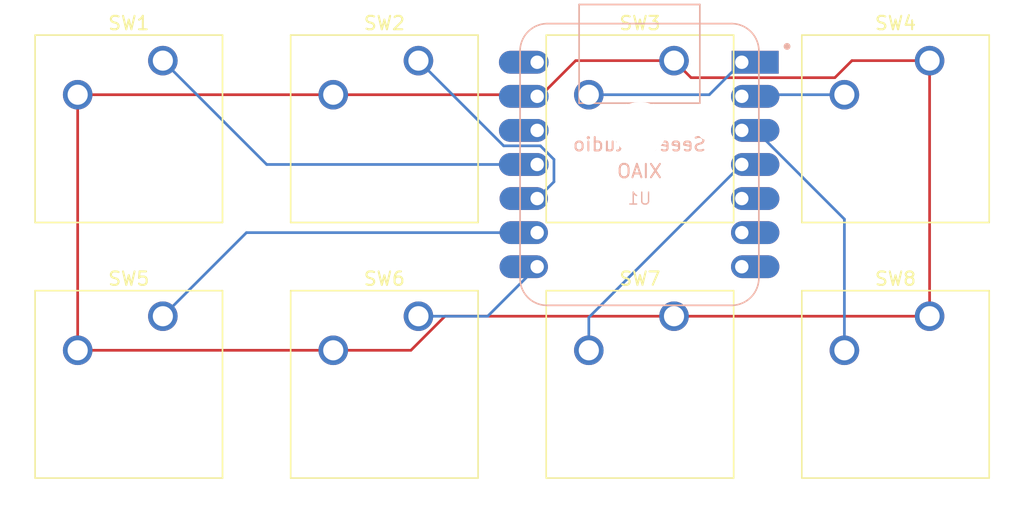
<source format=kicad_pcb>
(kicad_pcb (version 20240108) (generator "pcbnew") (generator_version "8.0")
  (layers (0 "F.Cu" signal) (31 "B.Cu" signal) (34 "B.Paste" user) (35 "F.Paste" user) (36 "B.SilkS" user "B.Silkscreen") (37 "F.SilkS" user "F.Silkscreen") (38 "B.Mask" user) (39 "F.Mask" user) (44 "Edge.Cuts" user))
  (net 0 "")
  (net 1 "GND")
  (net 2 "Net-(U1-PA02_A0_D0)")
  (net 3 "Net-(U1-PA5_A9_D9_MISO)")
  (net 4 "Net-(U1-PA7_A8_D8_SCK)")
  (net 5 "Net-(U1-PB09_A7_D7_RX)")
  (net 6 "Net-(U1-PA11_A3_D3)")
  (net 8 "Net-(U1-PA6_A10_D10_MOSI)")
  (net 10 "Net-(U1-PA4_A1_D1)")
  (net 11 "Net-(U1-PA10_A2_D2)")
  (footprint "Button_Switch_Keyboard:SW_Cherry_MX_1.00u_PCB" (layer "F.Cu") (at 164.95 72.43)
    (property "Reference" "SW7" (at -2.54 -2.794 0) (layer "F.SilkS"))
    (property "Value" "SW_Push")
    (fp_line (start -9.525 -1.905) (end 4.445 -1.905) (stroke (width 0.12)) (layer "F.SilkS"))
    (fp_line (start -9.525 12.065) (end -9.525 -1.905) (stroke (width 0.12)) (layer "F.SilkS"))
    (fp_line (start 4.445 -1.905) (end 4.445 12.065) (stroke (width 0.12)) (layer "F.SilkS"))
    (fp_line (start 4.445 12.065) (end -9.525 12.065) (stroke (width 0.12)) (layer "F.SilkS"))
    (pad "" np_thru_hole circle (at -7.62 5.08) (size 1.7 1.7) (drill 1.7) (layers "*.Cu" "*.Mask"))
    (pad "" np_thru_hole circle (at -2.54 5.08) (size 4 4) (drill 4) (layers "*.Cu" "*.Mask"))
    (pad "" np_thru_hole circle (at 2.54 5.08) (size 1.7 1.7) (drill 1.7) (layers "*.Cu" "*.Mask"))
    (pad "1" thru_hole circle (at 0 0) (size 2.2 2.2) (drill 1.5) (layers "*.Cu" "*.Mask") (net 1 "GND"))
    (pad "2" thru_hole circle (at -6.35 2.54) (size 2.2 2.2) (drill 1.5) (layers "*.Cu" "*.Mask") (net 6 "Net-(U1-PA11_A3_D3)"))
  )
  (footprint "Button_Switch_Keyboard:SW_Cherry_MX_1.00u_PCB" (layer "F.Cu") (at 184 72.43)
    (property "Reference" "SW8" (at -2.54 -2.794 0) (layer "F.SilkS"))
    (property "Value" "SW_Push")
    (fp_line (start -9.525 -1.905) (end 4.445 -1.905) (stroke (width 0.12)) (layer "F.SilkS"))
    (fp_line (start -9.525 12.065) (end -9.525 -1.905) (stroke (width 0.12)) (layer "F.SilkS"))
    (fp_line (start 4.445 -1.905) (end 4.445 12.065) (stroke (width 0.12)) (layer "F.SilkS"))
    (fp_line (start 4.445 12.065) (end -9.525 12.065) (stroke (width 0.12)) (layer "F.SilkS"))
    (pad "" np_thru_hole circle (at -7.62 5.08) (size 1.7 1.7) (drill 1.7) (layers "*.Cu" "*.Mask"))
    (pad "" np_thru_hole circle (at -2.54 5.08) (size 4 4) (drill 4) (layers "*.Cu" "*.Mask"))
    (pad "" np_thru_hole circle (at 2.54 5.08) (size 1.7 1.7) (drill 1.7) (layers "*.Cu" "*.Mask"))
    (pad "1" thru_hole circle (at 0 0) (size 2.2 2.2) (drill 1.5) (layers "*.Cu" "*.Mask") (net 1 "GND"))
    (pad "2" thru_hole circle (at -6.35 2.54) (size 2.2 2.2) (drill 1.5) (layers "*.Cu" "*.Mask") (net 11 "Net-(U1-PA10_A2_D2)"))
  )
  (footprint "Button_Switch_Keyboard:SW_Cherry_MX_1.00u_PCB" (layer "F.Cu") (at 184 53.38)
    (property "Reference" "SW4" (at -2.54 -2.794 0) (layer "F.SilkS"))
    (property "Value" "SW_Push")
    (fp_line (start -9.525 -1.905) (end 4.445 -1.905) (stroke (width 0.12)) (layer "F.SilkS"))
    (fp_line (start -9.525 12.065) (end -9.525 -1.905) (stroke (width 0.12)) (layer "F.SilkS"))
    (fp_line (start 4.445 -1.905) (end 4.445 12.065) (stroke (width 0.12)) (layer "F.SilkS"))
    (fp_line (start 4.445 12.065) (end -9.525 12.065) (stroke (width 0.12)) (layer "F.SilkS"))
    (pad "" np_thru_hole circle (at -7.62 5.08) (size 1.7 1.7) (drill 1.7) (layers "*.Cu" "*.Mask"))
    (pad "" np_thru_hole circle (at -2.54 5.08) (size 4 4) (drill 4) (layers "*.Cu" "*.Mask"))
    (pad "" np_thru_hole circle (at 2.54 5.08) (size 1.7 1.7) (drill 1.7) (layers "*.Cu" "*.Mask"))
    (pad "1" thru_hole circle (at 0 0) (size 2.2 2.2) (drill 1.5) (layers "*.Cu" "*.Mask") (net 1 "GND"))
    (pad "2" thru_hole circle (at -6.35 2.54) (size 2.2 2.2) (drill 1.5) (layers "*.Cu" "*.Mask") (net 10 "Net-(U1-PA4_A1_D1)"))
  )
  (footprint "Button_Switch_Keyboard:SW_Cherry_MX_1.00u_PCB" (layer "F.Cu") (at 126.85 72.43)
    (property "Reference" "SW5" (at -2.54 -2.794 0) (layer "F.SilkS"))
    (property "Value" "SW_Push")
    (fp_line (start -9.525 -1.905) (end 4.445 -1.905) (stroke (width 0.12)) (layer "F.SilkS"))
    (fp_line (start -9.525 12.065) (end -9.525 -1.905) (stroke (width 0.12)) (layer "F.SilkS"))
    (fp_line (start 4.445 -1.905) (end 4.445 12.065) (stroke (width 0.12)) (layer "F.SilkS"))
    (fp_line (start 4.445 12.065) (end -9.525 12.065) (stroke (width 0.12)) (layer "F.SilkS"))
    (pad "" np_thru_hole circle (at -7.62 5.08) (size 1.7 1.7) (drill 1.7) (layers "*.Cu" "*.Mask"))
    (pad "" np_thru_hole circle (at -2.54 5.08) (size 4 4) (drill 4) (layers "*.Cu" "*.Mask"))
    (pad "" np_thru_hole circle (at 2.54 5.08) (size 1.7 1.7) (drill 1.7) (layers "*.Cu" "*.Mask"))
    (pad "1" thru_hole circle (at 0 0) (size 2.2 2.2) (drill 1.5) (layers "*.Cu" "*.Mask") (net 4 "Net-(U1-PA7_A8_D8_SCK)"))
    (pad "2" thru_hole circle (at -6.35 2.54) (size 2.2 2.2) (drill 1.5) (layers "*.Cu" "*.Mask") (net 1 "GND"))
  )
  (footprint "Button_Switch_Keyboard:SW_Cherry_MX_1.00u_PCB" (layer "F.Cu") (at 126.85 53.38)
    (property "Reference" "SW1" (at -2.54 -2.794 0) (layer "F.SilkS"))
    (property "Value" "SW_Push")
    (fp_line (start -9.525 -1.905) (end 4.445 -1.905) (stroke (width 0.12)) (layer "F.SilkS"))
    (fp_line (start -9.525 12.065) (end -9.525 -1.905) (stroke (width 0.12)) (layer "F.SilkS"))
    (fp_line (start 4.445 -1.905) (end 4.445 12.065) (stroke (width 0.12)) (layer "F.SilkS"))
    (fp_line (start 4.445 12.065) (end -9.525 12.065) (stroke (width 0.12)) (layer "F.SilkS"))
    (pad "" np_thru_hole circle (at -7.62 5.08) (size 1.7 1.7) (drill 1.7) (layers "*.Cu" "*.Mask"))
    (pad "" np_thru_hole circle (at -2.54 5.08) (size 4 4) (drill 4) (layers "*.Cu" "*.Mask"))
    (pad "" np_thru_hole circle (at 2.54 5.08) (size 1.7 1.7) (drill 1.7) (layers "*.Cu" "*.Mask"))
    (pad "1" thru_hole circle (at 0 0) (size 2.2 2.2) (drill 1.5) (layers "*.Cu" "*.Mask") (net 8 "Net-(U1-PA6_A10_D10_MOSI)"))
    (pad "2" thru_hole circle (at -6.35 2.54) (size 2.2 2.2) (drill 1.5) (layers "*.Cu" "*.Mask") (net 1 "GND"))
  )
  (footprint "Button_Switch_Keyboard:SW_Cherry_MX_1.00u_PCB" (layer "F.Cu") (at 145.9 53.38)
    (property "Reference" "SW2" (at -2.54 -2.794 0) (layer "F.SilkS"))
    (property "Value" "SW_Push")
    (fp_line (start -9.525 -1.905) (end 4.445 -1.905) (stroke (width 0.12)) (layer "F.SilkS"))
    (fp_line (start -9.525 12.065) (end -9.525 -1.905) (stroke (width 0.12)) (layer "F.SilkS"))
    (fp_line (start 4.445 -1.905) (end 4.445 12.065) (stroke (width 0.12)) (layer "F.SilkS"))
    (fp_line (start 4.445 12.065) (end -9.525 12.065) (stroke (width 0.12)) (layer "F.SilkS"))
    (pad "" np_thru_hole circle (at -7.62 5.08) (size 1.7 1.7) (drill 1.7) (layers "*.Cu" "*.Mask"))
    (pad "" np_thru_hole circle (at -2.54 5.08) (size 4 4) (drill 4) (layers "*.Cu" "*.Mask"))
    (pad "" np_thru_hole circle (at 2.54 5.08) (size 1.7 1.7) (drill 1.7) (layers "*.Cu" "*.Mask"))
    (pad "1" thru_hole circle (at 0 0) (size 2.2 2.2) (drill 1.5) (layers "*.Cu" "*.Mask") (net 3 "Net-(U1-PA5_A9_D9_MISO)"))
    (pad "2" thru_hole circle (at -6.35 2.54) (size 2.2 2.2) (drill 1.5) (layers "*.Cu" "*.Mask") (net 1 "GND"))
  )
  (footprint "Button_Switch_Keyboard:SW_Cherry_MX_1.00u_PCB" (layer "F.Cu") (at 145.9 72.43)
    (property "Reference" "SW6" (at -2.54 -2.794 0) (layer "F.SilkS"))
    (property "Value" "SW_Push")
    (fp_line (start -9.525 -1.905) (end 4.445 -1.905) (stroke (width 0.12)) (layer "F.SilkS"))
    (fp_line (start -9.525 12.065) (end -9.525 -1.905) (stroke (width 0.12)) (layer "F.SilkS"))
    (fp_line (start 4.445 -1.905) (end 4.445 12.065) (stroke (width 0.12)) (layer "F.SilkS"))
    (fp_line (start 4.445 12.065) (end -9.525 12.065) (stroke (width 0.12)) (layer "F.SilkS"))
    (pad "" np_thru_hole circle (at -7.62 5.08) (size 1.7 1.7) (drill 1.7) (layers "*.Cu" "*.Mask"))
    (pad "" np_thru_hole circle (at -2.54 5.08) (size 4 4) (drill 4) (layers "*.Cu" "*.Mask"))
    (pad "" np_thru_hole circle (at 2.54 5.08) (size 1.7 1.7) (drill 1.7) (layers "*.Cu" "*.Mask"))
    (pad "1" thru_hole circle (at 0 0) (size 2.2 2.2) (drill 1.5) (layers "*.Cu" "*.Mask") (net 5 "Net-(U1-PB09_A7_D7_RX)"))
    (pad "2" thru_hole circle (at -6.35 2.54) (size 2.2 2.2) (drill 1.5) (layers "*.Cu" "*.Mask") (net 1 "GND"))
  )
  (footprint "Button_Switch_Keyboard:SW_Cherry_MX_1.00u_PCB" (layer "F.Cu") (at 164.95 53.38)
    (property "Reference" "SW3" (at -2.54 -2.794 0) (layer "F.SilkS"))
    (property "Value" "SW_Push")
    (fp_line (start -9.525 -1.905) (end 4.445 -1.905) (stroke (width 0.12)) (layer "F.SilkS"))
    (fp_line (start -9.525 12.065) (end -9.525 -1.905) (stroke (width 0.12)) (layer "F.SilkS"))
    (fp_line (start 4.445 -1.905) (end 4.445 12.065) (stroke (width 0.12)) (layer "F.SilkS"))
    (fp_line (start 4.445 12.065) (end -9.525 12.065) (stroke (width 0.12)) (layer "F.SilkS"))
    (pad "" np_thru_hole circle (at -7.62 5.08) (size 1.7 1.7) (drill 1.7) (layers "*.Cu" "*.Mask"))
    (pad "" np_thru_hole circle (at -2.54 5.08) (size 4 4) (drill 4) (layers "*.Cu" "*.Mask"))
    (pad "" np_thru_hole circle (at 2.54 5.08) (size 1.7 1.7) (drill 1.7) (layers "*.Cu" "*.Mask"))
    (pad "1" thru_hole circle (at 0 0) (size 2.2 2.2) (drill 1.5) (layers "*.Cu" "*.Mask") (net 1 "GND"))
    (pad "2" thru_hole circle (at -6.35 2.54) (size 2.2 2.2) (drill 1.5) (layers "*.Cu" "*.Mask") (net 2 "Net-(U1-PA02_A0_D0)"))
  )
  (footprint "footprints:XIAO-Generic-Hybrid-14P-2.54-21X17.8MM" (layer "B.Cu") (at 162.375 61.12 180)
    (property "Reference" "U1" (at 0 -2.54 0) (layer "B.SilkS") (effects (font (size 0.889 0.889) (thickness 0.1016)) (justify mirror)))
    (property "Value" "Seeed Studio XIAO SAMD21" (hide yes))
    (fp_line (start 8.9 8.5) (end 8.9 -8.5) (stroke (width 0.127)) (layer "B.SilkS"))
    (fp_line (start 6.9 -10.5) (end -6.9 -10.5) (stroke (width 0.127)) (layer "B.SilkS"))
    (fp_line (start 4.5 11.92403) (end -4.5 11.92403) (stroke (width 0.127)) (layer "B.SilkS"))
    (fp_line (start 4.5 4.57073) (end 4.5 11.92403) (stroke (width 0.127)) (layer "B.SilkS"))
    (fp_line (start -4.5 11.92403) (end -4.5 4.57073) (stroke (width 0.127)) (layer "B.SilkS"))
    (fp_line (start -4.5 4.57073) (end 4.5 4.57073) (stroke (width 0.127)) (layer "B.SilkS"))
    (fp_line (start -6.9 10.49909) (end 6.9 10.49909) (stroke (width 0.127)) (layer "B.SilkS"))
    (fp_line (start -8.9 -8.5) (end -8.9 8.5) (stroke (width 0.127)) (layer "B.SilkS"))
    (fp_arc (start 8.9 8.5) (mid 8.301492 9.901492) (end 6.9 10.5) (stroke (width 0.12)) (layer "B.SilkS"))
    (fp_arc (start 6.9 -10.5) (mid 8.314214 -9.914214) (end 8.9 -8.5) (stroke (width 0.12)) (layer "B.SilkS"))
    (fp_arc (start -6.9 10.5) (mid -8.301491 9.901491) (end -8.9 8.5) (stroke (width 0.12)) (layer "B.SilkS"))
    (fp_arc (start -8.9 -8.5) (mid -8.301423 -9.901423) (end -6.9 -10.5) (stroke (width 0.12)) (layer "B.SilkS"))
    (fp_circle (center -11 8.8) (end -11 9.054) (fill solid) (layer "B.SilkS"))
    (fp_poly (pts (xy -8.887715 8.561705) (xy -8.884667 8.610473) (xy -8.880603 8.659494)) (stroke (width 0.0254)) (fill none) (layer "B.SilkS"))
    (fp_poly (pts (xy 8.889492 -8.521574) (xy 8.887713 -8.57085) (xy 8.884665 -8.619618) (xy 8.880601 -8.668639) (xy 8.875268 -8.717407) (xy 8.868664 -8.766175) (xy 8.861044 -8.81469) (xy 8.852153 -8.86295) (xy 8.842248 -8.910955)) (stroke (width 0.0254)) (fill none) (layer "B.SilkS"))
    (fp_text user "XIAO" (at 0 -0.5 0) (layer "B.SilkS") (effects (justify mirror)))
    (fp_text user "Seeed Studio" (at 0 1.5 0) (layer "B.SilkS") (effects (justify mirror)))
    (pad "1" thru_hole rect (at -7.625 7.62 180) (size 3.5 1.7) (drill 1 (offset -1 0)) (layers "*.Cu" "*.Mask") (net 2 "Net-(U1-PA02_A0_D0)"))
    (pad "2" thru_hole oval (at -7.625 5.08 180) (size 3.6 1.7) (drill 1 (offset -1 0)) (layers "*.Cu" "*.Mask") (net 10 "Net-(U1-PA4_A1_D1)"))
    (pad "3" thru_hole oval (at -7.625 2.54 180) (size 3.6 1.7) (drill 1 (offset -1 0)) (layers "*.Cu" "*.Mask") (net 11 "Net-(U1-PA10_A2_D2)"))
    (pad "4" thru_hole oval (at -7.625 0 180) (size 3.6 1.7) (drill 1 (offset -1 0)) (layers "*.Cu" "*.Mask") (net 6 "Net-(U1-PA11_A3_D3)"))
    (pad "5" thru_hole oval (at -7.625 -2.54 180) (size 3.6 1.7) (drill 1 (offset -1 0)) (layers "*.Cu" "*.Mask"))
    (pad "6" thru_hole oval (at -7.625 -5.08) (size 3.6 1.7) (drill 1 (offset 1 0)) (layers "*.Cu" "*.Mask"))
    (pad "7" thru_hole oval (at -7.625 -7.62 180) (size 3.6 1.7) (drill 1 (offset -1 0)) (layers "*.Cu" "*.Mask"))
    (pad "8" thru_hole oval (at 7.625 -7.62 180) (size 3.6 1.7) (drill 1 (offset 1 0)) (layers "*.Cu" "*.Mask") (net 5 "Net-(U1-PB09_A7_D7_RX)"))
    (pad "9" thru_hole oval (at 7.625 -5.08 180) (size 3.6 1.7) (drill 1 (offset 1 0)) (layers "*.Cu" "*.Mask") (net 4 "Net-(U1-PA7_A8_D8_SCK)"))
    (pad "10" thru_hole oval (at 7.625 -2.54 180) (size 3.6 1.7) (drill 1 (offset 1 0)) (layers "*.Cu" "*.Mask") (net 3 "Net-(U1-PA5_A9_D9_MISO)"))
    (pad "11" thru_hole oval (at 7.625 0 180) (size 3.7 1.7) (drill 1 (offset 1 0)) (layers "*.Cu" "*.Mask") (net 8 "Net-(U1-PA6_A10_D10_MOSI)"))
    (pad "12" thru_hole oval (at 7.625 2.54 180) (size 3.7 1.7) (drill 1 (offset 1 0)) (layers "*.Cu" "*.Mask"))
    (pad "13" thru_hole oval (at 7.625 5.08 180) (size 3.7 1.7) (drill 1 (offset 1 0)) (layers "*.Cu" "*.Mask") (net 1 "GND"))
    (pad "14" thru_hole oval (at 7.625 7.62 180) (size 3.7 1.7) (drill 1 (offset 1 0)) (layers "*.Cu" "*.Mask"))
  )
  (segment (start 139.55 55.92) (end 154.63 55.92) (width 0.2) (layer "F.Cu") (net 1))
  (segment (start 157.62 53.38) (end 164.95 53.38) (width 0.2) (layer "F.Cu") (net 1))
  (segment (start 166.22 54.65) (end 176.940101 54.65) (width 0.2) (layer "F.Cu") (net 1))
  (segment (start 184 53.38) (end 184 72.43) (width 0.2) (layer "F.Cu") (net 1))
  (segment (start 164.95 72.43) (end 147.879899 72.43) (width 0.2) (layer "F.Cu") (net 1))
  (segment (start 147.879899 72.43) (end 145.339899 74.97) (width 0.2) (layer "F.Cu") (net 1))
  (segment (start 120.5 55.92) (end 120.5 74.97) (width 0.2) (layer "F.Cu") (net 1))
  (segment (start 120.5 55.92) (end 139.55 55.92) (width 0.2) (layer "F.Cu") (net 1))
  (segment (start 120.5 74.97) (end 139.55 74.97) (width 0.2) (layer "F.Cu") (net 1))
  (segment (start 176.940101 54.65) (end 178.210101 53.38) (width 0.2) (layer "F.Cu") (net 1))
  (segment (start 154.63 55.92) (end 154.75 56.04) (width 0.2) (layer "F.Cu") (net 1))
  (segment (start 184 72.43) (end 164.95 72.43) (width 0.2) (layer "F.Cu") (net 1))
  (segment (start 154.75 56.04) (end 154.96 56.04) (width 0.2) (layer "F.Cu") (net 1))
  (segment (start 164.95 53.38) (end 166.22 54.65) (width 0.2) (layer "F.Cu") (net 1))
  (segment (start 154.96 56.04) (end 157.62 53.38) (width 0.2) (layer "F.Cu") (net 1))
  (segment (start 178.210101 53.38) (end 184 53.38) (width 0.2) (layer "F.Cu") (net 1))
  (segment (start 145.339899 74.97) (end 139.55 74.97) (width 0.2) (layer "F.Cu") (net 1))
  (segment (start 158.6 55.92) (end 167.58 55.92) (width 0.2) (layer "B.Cu") (net 2))
  (segment (start 167.58 55.92) (end 170 53.5) (width 0.2) (layer "B.Cu") (net 2))
  (segment (start 152.25 59.73) (end 154.986346 59.73) (width 0.2) (layer "B.Cu") (net 3))
  (segment (start 156 62.41) (end 154.75 63.66) (width 0.2) (layer "B.Cu") (net 3))
  (segment (start 154.986346 59.73) (end 156 60.743654) (width 0.2) (layer "B.Cu") (net 3))
  (segment (start 156 60.743654) (end 156 62.41) (width 0.2) (layer "B.Cu") (net 3))
  (segment (start 145.9 53.38) (end 152.25 59.73) (width 0.2) (layer "B.Cu") (net 3))
  (segment (start 126.85 72.43) (end 133.08 66.2) (width 0.2) (layer "B.Cu") (net 4))
  (segment (start 133.08 66.2) (end 154.75 66.2) (width 0.2) (layer "B.Cu") (net 4))
  (segment (start 151.06 72.43) (end 154.75 68.74) (width 0.2) (layer "B.Cu") (net 5))
  (segment (start 145.9 72.43) (end 151.06 72.43) (width 0.2) (layer "B.Cu") (net 5))
  (segment (start 158.6 74.97) (end 158.6 72.52) (width 0.2) (layer "B.Cu") (net 6))
  (segment (start 158.6 72.52) (end 170 61.12) (width 0.2) (layer "B.Cu") (net 6))
  (segment (start 126.85 53.38) (end 134.59 61.12) (width 0.2) (layer "B.Cu") (net 8))
  (segment (start 134.59 61.12) (end 154.75 61.12) (width 0.2) (layer "B.Cu") (net 8))
  (segment (start 177.65 55.92) (end 170.12 55.92) (width 0.2) (layer "B.Cu") (net 10))
  (segment (start 170.12 55.92) (end 170 56.04) (width 0.2) (layer "B.Cu") (net 10))
  (segment (start 177.65 74.97) (end 177.65 65.193654) (width 0.2) (layer "B.Cu") (net 11))
  (segment (start 171.036346 58.58) (end 170 58.58) (width 0.2) (layer "B.Cu") (net 11))
  (segment (start 177.65 65.193654) (end 171.036346 58.58) (width 0.2) (layer "B.Cu") (net 11))
)
</source>
